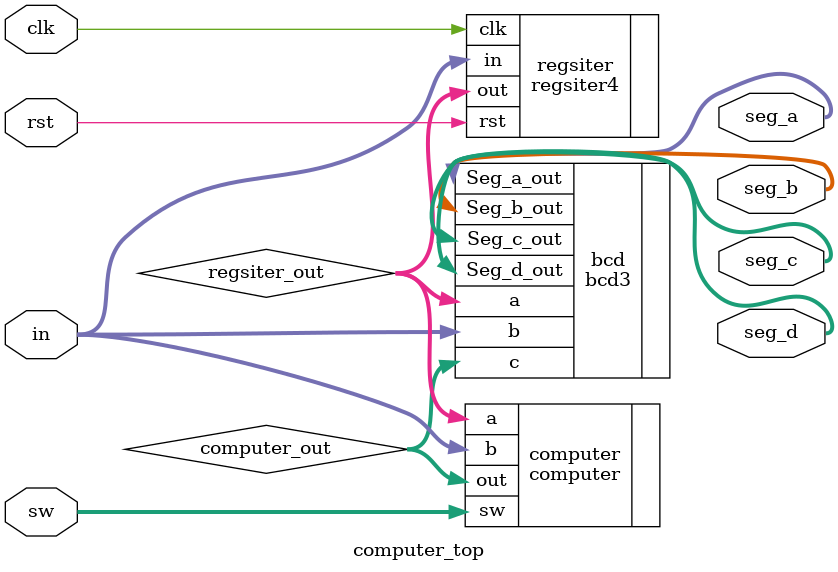
<source format=v>
`timescale 1ns / 1ps


module computer_top(
    input wire rst,
    input wire clk,
    input wire [1:0] sw,
    input wire [3:0] in,
    output wire [6:0] seg_a,
    output wire [6:0] seg_b,
    output wire [6:0] seg_c,
    output wire [6:0] seg_d
    );
    wire [3:0]regsiter_out;
    wire [7:0] computer_out;
    regsiter4 regsiter(
        .clk(clk),
        .rst(rst),
        .in(in),
        .out(regsiter_out)
    );
    computer computer(
        .sw(sw),
        .a(regsiter_out),
        .b(in),
        .out(computer_out) 
    );
    bcd3 bcd(
        .a(regsiter_out),
        .b(in),
        .c(computer_out),
        .Seg_a_out(seg_a),
        .Seg_b_out(seg_b),
        .Seg_c_out(seg_c),
        .Seg_d_out(seg_d)
    );
    
endmodule

</source>
